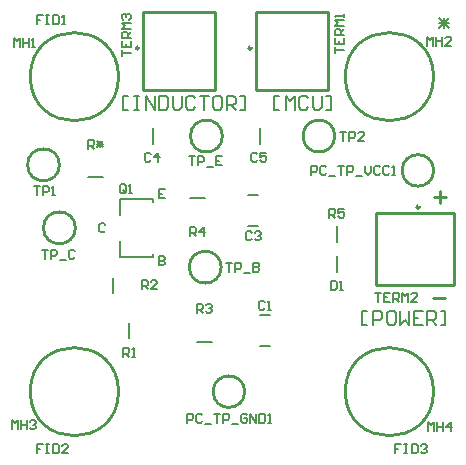
<source format=gbr>
G04 Layer_Color=65535*
%FSLAX26Y26*%
%MOIN*%
%TF.FileFunction,Legend,Top*%
%TF.Part,Single*%
G01*
G75*
%TA.AperFunction,NonConductor*%
%ADD23C,0.010000*%
%ADD24C,0.005000*%
%ADD36C,0.007874*%
%ADD37C,0.008000*%
D23*
X792500Y225000D02*
G03*
X792500Y225000I-52500J0D01*
G01*
X1422500Y962320D02*
G03*
X1422500Y962320I-52500J0D01*
G01*
X372054Y1275000D02*
G03*
X372054Y1275000I-147054J0D01*
G01*
X1422054D02*
G03*
X1422054Y1275000I-147054J0D01*
G01*
X372054Y225000D02*
G03*
X372054Y225000I-147054J0D01*
G01*
X1422054D02*
G03*
X1422054Y225000I-147054J0D01*
G01*
X815000Y1370000D02*
G03*
X815000Y1370000I-5000J0D01*
G01*
X1375000Y840000D02*
G03*
X1375000Y840000I-5000J0D01*
G01*
X440000Y1370000D02*
G03*
X440000Y1370000I-5000J0D01*
G01*
X175151Y981000D02*
G03*
X175151Y981000I-53151J0D01*
G01*
X1093151Y1077000D02*
G03*
X1093151Y1077000I-53151J0D01*
G01*
X714151Y640000D02*
G03*
X714151Y640000I-53151J0D01*
G01*
X718151Y1077000D02*
G03*
X718151Y1077000I-53151J0D01*
G01*
X228151Y771000D02*
G03*
X228151Y771000I-53151J0D01*
G01*
X830000Y1490000D02*
X1070000D01*
Y1230000D02*
Y1490000D01*
X830000Y1230000D02*
Y1490000D01*
Y1230000D02*
X1070000D01*
X1490000Y580000D02*
Y820000D01*
X1230000Y580000D02*
X1490000D01*
X1230000Y820000D02*
X1490000D01*
X1230000Y580000D02*
Y820000D01*
X455000Y1490000D02*
X695000D01*
Y1230000D02*
Y1490000D01*
X455000Y1230000D02*
Y1490000D01*
Y1230000D02*
X695000D01*
X1424920Y872420D02*
X1464907D01*
X1444914Y892414D02*
Y852427D01*
X1421620Y538320D02*
X1461607D01*
D24*
X272000Y1035000D02*
Y1064990D01*
X286995D01*
X291993Y1059992D01*
Y1049995D01*
X286995Y1044997D01*
X272000D01*
X281997D02*
X291993Y1035000D01*
X301990Y1059992D02*
X321984Y1039998D01*
X301990D02*
X321984Y1059992D01*
X301990Y1049995D02*
X321984D01*
X311987Y1039998D02*
Y1059992D01*
X1015000Y947320D02*
Y977310D01*
X1029995D01*
X1034994Y972312D01*
Y962315D01*
X1029995Y957317D01*
X1015000D01*
X1064984Y972312D02*
X1059986Y977310D01*
X1049989D01*
X1044990Y972312D01*
Y952318D01*
X1049989Y947320D01*
X1059986D01*
X1064984Y952318D01*
X1074981Y942322D02*
X1094974D01*
X1104971Y977310D02*
X1124964D01*
X1114968D01*
Y947320D01*
X1134961D02*
Y977310D01*
X1149956D01*
X1154955Y972312D01*
Y962315D01*
X1149956Y957317D01*
X1134961D01*
X1164951Y942322D02*
X1184945D01*
X1194942Y977310D02*
Y957317D01*
X1204939Y947320D01*
X1214935Y957317D01*
Y977310D01*
X1244926Y972312D02*
X1239927Y977310D01*
X1229930D01*
X1224932Y972312D01*
Y952318D01*
X1229930Y947320D01*
X1239927D01*
X1244926Y952318D01*
X1274916Y972312D02*
X1269918Y977310D01*
X1259921D01*
X1254922Y972312D01*
Y952318D01*
X1259921Y947320D01*
X1269918D01*
X1274916Y952318D01*
X1284913Y947320D02*
X1294909D01*
X1289911D01*
Y977310D01*
X1284913Y972312D01*
X601380Y120710D02*
Y150700D01*
X616375D01*
X621374Y145702D01*
Y135705D01*
X616375Y130707D01*
X601380D01*
X651364Y145702D02*
X646365Y150700D01*
X636369D01*
X631370Y145702D01*
Y125708D01*
X636369Y120710D01*
X646365D01*
X651364Y125708D01*
X661361Y115712D02*
X681354D01*
X691351Y150700D02*
X711344D01*
X701348D01*
Y120710D01*
X721341D02*
Y150700D01*
X736336D01*
X741335Y145702D01*
Y135705D01*
X736336Y130707D01*
X721341D01*
X751332Y115712D02*
X771325D01*
X801315Y145702D02*
X796317Y150700D01*
X786320D01*
X781322Y145702D01*
Y125708D01*
X786320Y120710D01*
X796317D01*
X801315Y125708D01*
Y135705D01*
X791319D01*
X811312Y120710D02*
Y150700D01*
X831306Y120710D01*
Y150700D01*
X841302D02*
Y120710D01*
X856298D01*
X861296Y125708D01*
Y145702D01*
X856298Y150700D01*
X841302D01*
X871293Y120710D02*
X881289D01*
X876291D01*
Y150700D01*
X871293Y145702D01*
X858994Y522992D02*
X853995Y527990D01*
X843998D01*
X839000Y522992D01*
Y502998D01*
X843998Y498000D01*
X853995D01*
X858994Y502998D01*
X868990Y498000D02*
X878987D01*
X873989D01*
Y527990D01*
X868990Y522992D01*
X815994Y754992D02*
X810995Y759990D01*
X800998D01*
X796000Y754992D01*
Y734998D01*
X800998Y730000D01*
X810995D01*
X815994Y734998D01*
X825990Y754992D02*
X830989Y759990D01*
X840986D01*
X845984Y754992D01*
Y749994D01*
X840986Y744995D01*
X835987D01*
X840986D01*
X845984Y739997D01*
Y734998D01*
X840986Y730000D01*
X830989D01*
X825990Y734998D01*
X480074Y1017112D02*
X475075Y1022110D01*
X465078D01*
X460080Y1017112D01*
Y997118D01*
X465078Y992120D01*
X475075D01*
X480074Y997118D01*
X505065Y992120D02*
Y1022110D01*
X490070Y1007115D01*
X510064D01*
X834994Y1016992D02*
X829995Y1021990D01*
X819998D01*
X815000Y1016992D01*
Y996998D01*
X819998Y992000D01*
X829995D01*
X834994Y996998D01*
X864984Y1021990D02*
X844990D01*
Y1006995D01*
X854987Y1011994D01*
X859986D01*
X864984Y1006995D01*
Y996998D01*
X859986Y992000D01*
X849989D01*
X844990Y996998D01*
X1079945Y594990D02*
Y565000D01*
X1094940D01*
X1099938Y569998D01*
Y589992D01*
X1094940Y594990D01*
X1079945D01*
X1109935Y565000D02*
X1119932D01*
X1114934D01*
Y594990D01*
X1109935Y589992D01*
X119993Y1479990D02*
X100000D01*
Y1464995D01*
X109997D01*
X100000D01*
Y1450000D01*
X129990Y1479990D02*
X139987D01*
X134989D01*
Y1450000D01*
X129990D01*
X139987D01*
X154982Y1479990D02*
Y1450000D01*
X169977D01*
X174976Y1454998D01*
Y1474992D01*
X169977Y1479990D01*
X154982D01*
X184972Y1450000D02*
X194969D01*
X189971D01*
Y1479990D01*
X184972Y1474992D01*
X119993Y49990D02*
X100000D01*
Y34995D01*
X109997D01*
X100000D01*
Y20000D01*
X129990Y49990D02*
X139987D01*
X134989D01*
Y20000D01*
X129990D01*
X139987D01*
X154982Y49990D02*
Y20000D01*
X169977D01*
X174976Y24998D01*
Y44992D01*
X169977Y49990D01*
X154982D01*
X204966Y20000D02*
X184972D01*
X204966Y39993D01*
Y44992D01*
X199968Y49990D01*
X189971D01*
X184972Y44992D01*
X1314994Y49990D02*
X1295000D01*
Y34995D01*
X1304997D01*
X1295000D01*
Y20000D01*
X1324990Y49990D02*
X1334987D01*
X1329989D01*
Y20000D01*
X1324990D01*
X1334987D01*
X1349982Y49990D02*
Y20000D01*
X1364977D01*
X1369976Y24998D01*
Y44992D01*
X1364977Y49990D01*
X1349982D01*
X1379973Y44992D02*
X1384971Y49990D01*
X1394968D01*
X1399966Y44992D01*
Y39993D01*
X1394968Y34995D01*
X1389969D01*
X1394968D01*
X1399966Y29997D01*
Y24998D01*
X1394968Y20000D01*
X1384971D01*
X1379973Y24998D01*
X22090Y1373140D02*
Y1403130D01*
X32087Y1393133D01*
X42084Y1403130D01*
Y1373140D01*
X52080Y1403130D02*
Y1373140D01*
Y1388135D01*
X72074D01*
Y1403130D01*
Y1373140D01*
X82071D02*
X92067D01*
X87069D01*
Y1403130D01*
X82071Y1398132D01*
X1401840Y1378340D02*
Y1408330D01*
X1411837Y1398333D01*
X1421833Y1408330D01*
Y1378340D01*
X1431830Y1408330D02*
Y1378340D01*
Y1393335D01*
X1451824D01*
Y1408330D01*
Y1378340D01*
X1481814D02*
X1461821D01*
X1481814Y1398333D01*
Y1403332D01*
X1476816Y1408330D01*
X1466819D01*
X1461821Y1403332D01*
X16580Y99370D02*
Y129360D01*
X26577Y119364D01*
X36574Y129360D01*
Y99370D01*
X46570Y129360D02*
Y99370D01*
Y114365D01*
X66564D01*
Y129360D01*
Y99370D01*
X76561Y124362D02*
X81559Y129360D01*
X91556D01*
X96554Y124362D01*
Y119364D01*
X91556Y114365D01*
X86557D01*
X91556D01*
X96554Y109367D01*
Y104368D01*
X91556Y99370D01*
X81559D01*
X76561Y104368D01*
X1404520Y93790D02*
Y123780D01*
X1414517Y113784D01*
X1424514Y123780D01*
Y93790D01*
X1434510Y123780D02*
Y93790D01*
Y108785D01*
X1454504D01*
Y123780D01*
Y93790D01*
X1479496D02*
Y123780D01*
X1464501Y108785D01*
X1484494D01*
X387559Y342000D02*
Y371990D01*
X402554D01*
X407553Y366992D01*
Y356995D01*
X402554Y351997D01*
X387559D01*
X397556D02*
X407553Y342000D01*
X417549D02*
X427546D01*
X422548D01*
Y371990D01*
X417549Y366992D01*
X449567Y566000D02*
Y595990D01*
X464562D01*
X469560Y590992D01*
Y580995D01*
X464562Y575997D01*
X449567D01*
X459564D02*
X469560Y566000D01*
X499551D02*
X479557D01*
X499551Y585994D01*
Y590992D01*
X494553Y595990D01*
X484556D01*
X479557Y590992D01*
X633000Y488000D02*
Y517990D01*
X647995D01*
X652994Y512992D01*
Y502995D01*
X647995Y497997D01*
X633000D01*
X642997D02*
X652994Y488000D01*
X662990Y512992D02*
X667989Y517990D01*
X677986D01*
X682984Y512992D01*
Y507993D01*
X677986Y502995D01*
X672987D01*
X677986D01*
X682984Y497997D01*
Y492998D01*
X677986Y488000D01*
X667989D01*
X662990Y492998D01*
X611000Y743000D02*
Y772990D01*
X625995D01*
X630994Y767992D01*
Y757995D01*
X625995Y752997D01*
X611000D01*
X620997D02*
X630994Y743000D01*
X655986D02*
Y772990D01*
X640990Y757995D01*
X660984D01*
X1074000Y805000D02*
Y834990D01*
X1088995D01*
X1093994Y829992D01*
Y819995D01*
X1088995Y814997D01*
X1074000D01*
X1083997D02*
X1093994Y805000D01*
X1123984Y834990D02*
X1103990D01*
Y819995D01*
X1113987Y824994D01*
X1118986D01*
X1123984Y819995D01*
Y809998D01*
X1118986Y805000D01*
X1108989D01*
X1103990Y809998D01*
X1092870Y1352500D02*
Y1372494D01*
Y1362497D01*
X1122860D01*
X1092870Y1402484D02*
Y1382490D01*
X1122860D01*
Y1402484D01*
X1107865Y1382490D02*
Y1392487D01*
X1122860Y1412481D02*
X1092870D01*
Y1427476D01*
X1097868Y1432474D01*
X1107865D01*
X1112863Y1427476D01*
Y1412481D01*
Y1422477D02*
X1122860Y1432474D01*
Y1442471D02*
X1092870D01*
X1102867Y1452468D01*
X1092870Y1462464D01*
X1122860D01*
Y1472461D02*
Y1482458D01*
Y1477460D01*
X1092870D01*
X1097868Y1472461D01*
X1227420Y554780D02*
X1247414D01*
X1237417D01*
Y524790D01*
X1277404Y554780D02*
X1257410D01*
Y524790D01*
X1277404D01*
X1257410Y539785D02*
X1267407D01*
X1287401Y524790D02*
Y554780D01*
X1302396D01*
X1307394Y549782D01*
Y539785D01*
X1302396Y534787D01*
X1287401D01*
X1297397D02*
X1307394Y524790D01*
X1317391D02*
Y554780D01*
X1327388Y544784D01*
X1337384Y554780D01*
Y524790D01*
X1367375D02*
X1347381D01*
X1367375Y544784D01*
Y549782D01*
X1362376Y554780D01*
X1352380D01*
X1347381Y549782D01*
X90000Y909990D02*
X109993D01*
X99997D01*
Y880000D01*
X119990D02*
Y909990D01*
X134986D01*
X139984Y904992D01*
Y894995D01*
X134986Y889997D01*
X119990D01*
X149981Y880000D02*
X159977D01*
X154979D01*
Y909990D01*
X149981Y904992D01*
X1112000Y1090990D02*
X1131994D01*
X1121997D01*
Y1061000D01*
X1141990D02*
Y1090990D01*
X1156986D01*
X1161984Y1085992D01*
Y1075995D01*
X1156986Y1070997D01*
X1141990D01*
X1191974Y1061000D02*
X1171981D01*
X1191974Y1080994D01*
Y1085992D01*
X1186976Y1090990D01*
X1176979D01*
X1171981Y1085992D01*
X732000Y654990D02*
X751994D01*
X741997D01*
Y625000D01*
X761990D02*
Y654990D01*
X776986D01*
X781984Y649992D01*
Y639995D01*
X776986Y634997D01*
X761990D01*
X791981Y620002D02*
X811974D01*
X821971Y654990D02*
Y625000D01*
X836966D01*
X841964Y629998D01*
Y634997D01*
X836966Y639995D01*
X821971D01*
X836966D01*
X841964Y644994D01*
Y649992D01*
X836966Y654990D01*
X821971D01*
X607000Y1008990D02*
X626994D01*
X616997D01*
Y979000D01*
X636990D02*
Y1008990D01*
X651986D01*
X656984Y1003992D01*
Y993995D01*
X651986Y988997D01*
X636990D01*
X666981Y974002D02*
X686974D01*
X716964Y1008990D02*
X696971D01*
Y979000D01*
X716964D01*
X696971Y993995D02*
X706968D01*
X116000Y697990D02*
X135994D01*
X125997D01*
Y668000D01*
X145990D02*
Y697990D01*
X160986D01*
X165984Y692992D01*
Y682995D01*
X160986Y677997D01*
X145990D01*
X175981Y663002D02*
X195974D01*
X225964Y692992D02*
X220966Y697990D01*
X210969D01*
X205971Y692992D01*
Y672998D01*
X210969Y668000D01*
X220966D01*
X225964Y672998D01*
X383650Y1344540D02*
Y1364534D01*
Y1354537D01*
X413640D01*
X383650Y1394524D02*
Y1374530D01*
X413640D01*
Y1394524D01*
X398645Y1374530D02*
Y1384527D01*
X413640Y1404521D02*
X383650D01*
Y1419516D01*
X388648Y1424514D01*
X398645D01*
X403643Y1419516D01*
Y1404521D01*
Y1414517D02*
X413640Y1424514D01*
Y1434511D02*
X383650D01*
X393647Y1444508D01*
X383650Y1454504D01*
X413640D01*
X388648Y1464501D02*
X383650Y1469500D01*
Y1479496D01*
X388648Y1484495D01*
X393647D01*
X398645Y1479496D01*
Y1474498D01*
Y1479496D01*
X403643Y1484495D01*
X408642D01*
X413640Y1479496D01*
Y1469500D01*
X408642Y1464501D01*
X395993Y891998D02*
Y911992D01*
X390995Y916990D01*
X380998D01*
X376000Y911992D01*
Y891998D01*
X380998Y887000D01*
X390995D01*
X385997Y896997D02*
X395993Y887000D01*
X390995D02*
X395993Y891998D01*
X405990Y887000D02*
X415987D01*
X410989D01*
Y916990D01*
X405990Y911992D01*
X402554Y1165000D02*
X387559D01*
Y1209986D01*
X402554D01*
X425047D02*
X440042D01*
X432545D01*
Y1165000D01*
X425047D01*
X440042D01*
X462535D02*
Y1209986D01*
X492525Y1165000D01*
Y1209986D01*
X507520D02*
Y1165000D01*
X530013D01*
X537511Y1172498D01*
Y1202488D01*
X530013Y1209986D01*
X507520D01*
X552506D02*
Y1172498D01*
X560004Y1165000D01*
X574999D01*
X582496Y1172498D01*
Y1209986D01*
X627482Y1202488D02*
X619984Y1209986D01*
X604989D01*
X597491Y1202488D01*
Y1172498D01*
X604989Y1165000D01*
X619984D01*
X627482Y1172498D01*
X642477Y1209986D02*
X672467D01*
X657472D01*
Y1165000D01*
X709955Y1209986D02*
X694960D01*
X687462Y1202488D01*
Y1172498D01*
X694960Y1165000D01*
X709955D01*
X717453Y1172498D01*
Y1202488D01*
X709955Y1209986D01*
X732448Y1165000D02*
Y1209986D01*
X754941D01*
X762438Y1202488D01*
Y1187493D01*
X754941Y1179995D01*
X732448D01*
X747443D02*
X762438Y1165000D01*
X777433D02*
X792429D01*
Y1209986D01*
X777433D01*
X1199215Y448790D02*
X1184220D01*
Y493776D01*
X1199215D01*
X1221708Y448790D02*
Y493776D01*
X1244201D01*
X1251698Y486278D01*
Y471283D01*
X1244201Y463785D01*
X1221708D01*
X1289186Y493776D02*
X1274191D01*
X1266693Y486278D01*
Y456288D01*
X1274191Y448790D01*
X1289186D01*
X1296684Y456288D01*
Y486278D01*
X1289186Y493776D01*
X1311679D02*
Y448790D01*
X1326674Y463785D01*
X1341669Y448790D01*
Y493776D01*
X1386655D02*
X1356664D01*
Y448790D01*
X1386655D01*
X1356664Y471283D02*
X1371660D01*
X1401650Y448790D02*
Y493776D01*
X1424143D01*
X1431640Y486278D01*
Y471283D01*
X1424143Y463785D01*
X1401650D01*
X1416645D02*
X1431640Y448790D01*
X1446635D02*
X1461631D01*
Y493776D01*
X1446635D01*
X906995Y1165000D02*
X892000D01*
Y1209986D01*
X906995D01*
X929488Y1165000D02*
Y1209986D01*
X944483Y1194990D01*
X959478Y1209986D01*
Y1165000D01*
X1004464Y1202488D02*
X996966Y1209986D01*
X981971D01*
X974473Y1202488D01*
Y1172498D01*
X981971Y1165000D01*
X996966D01*
X1004464Y1172498D01*
X1019459Y1209986D02*
Y1172498D01*
X1026957Y1165000D01*
X1041952D01*
X1049449Y1172498D01*
Y1209986D01*
X1064444Y1165000D02*
X1079440D01*
Y1209986D01*
X1064444D01*
X506000Y675990D02*
Y646000D01*
X520995D01*
X525994Y650998D01*
Y655997D01*
X520995Y660995D01*
X506000D01*
X520995D01*
X525994Y665994D01*
Y670992D01*
X520995Y675990D01*
X506000D01*
X527994Y898990D02*
X508000D01*
Y869000D01*
X527994D01*
X508000Y883995D02*
X517997D01*
X327993Y781992D02*
X322995Y786990D01*
X312998D01*
X308000Y781992D01*
Y761998D01*
X312998Y757000D01*
X322995D01*
X327993Y761998D01*
D36*
X270409Y942000D02*
X321591D01*
X486370Y1051409D02*
Y1102591D01*
X842370Y1051409D02*
Y1102591D01*
X1099630Y624528D02*
Y675709D01*
X407244Y403409D02*
Y454591D01*
X352315Y552409D02*
Y603591D01*
X633779Y389630D02*
X684961D01*
X610779Y869945D02*
X661961D01*
X1099630Y724528D02*
Y775709D01*
X844622Y377819D02*
X876118D01*
X844622Y480181D02*
X876118D01*
X804252Y778819D02*
X835748D01*
X804252Y881181D02*
X835748D01*
X375638Y675000D02*
Y727000D01*
Y675000D02*
X488638D01*
Y685000D01*
Y857000D02*
Y867000D01*
X375638D02*
X488638D01*
X375638Y815000D02*
Y867000D01*
D37*
X1440000Y1471653D02*
X1473323Y1438331D01*
X1440000D02*
X1473323Y1471653D01*
X1440000Y1454992D02*
X1473323D01*
X1456661Y1438331D02*
Y1471653D01*
%TF.MD5,cb6c177a3d00cd9b2ff35920d57083ef*%
M02*

</source>
